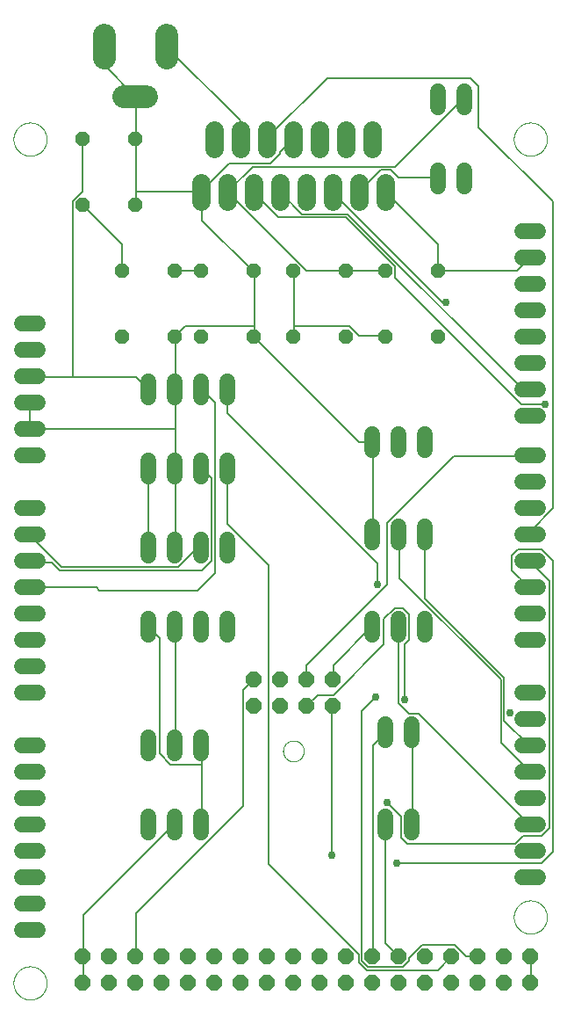
<source format=gtl>
G75*
%MOIN*%
%OFA0B0*%
%FSLAX25Y25*%
%IPPOS*%
%LPD*%
%AMOC8*
5,1,8,0,0,1.08239X$1,22.5*
%
%ADD10OC8,0.05200*%
%ADD11C,0.07087*%
%ADD12C,0.06000*%
%ADD13OC8,0.06000*%
%ADD14C,0.00000*%
%ADD15C,0.08600*%
%ADD16C,0.00600*%
%ADD17C,0.02978*%
D10*
X0050000Y0266250D03*
X0050000Y0291250D03*
X0055000Y0316250D03*
X0055000Y0341250D03*
X0035000Y0341250D03*
X0035000Y0316250D03*
X0070000Y0291250D03*
X0080000Y0291250D03*
X0080000Y0266250D03*
X0070000Y0266250D03*
X0100000Y0266250D03*
X0100000Y0291250D03*
X0115000Y0291250D03*
X0115000Y0266250D03*
X0135000Y0266250D03*
X0135000Y0291250D03*
X0150000Y0291250D03*
X0150000Y0266250D03*
X0170000Y0266250D03*
X0170000Y0291250D03*
D11*
X0150000Y0317707D02*
X0150000Y0324793D01*
X0145000Y0337707D02*
X0145000Y0344793D01*
X0135000Y0344793D02*
X0135000Y0337707D01*
X0130000Y0324793D02*
X0130000Y0317707D01*
X0140000Y0317707D02*
X0140000Y0324793D01*
X0125000Y0337707D02*
X0125000Y0344793D01*
X0115000Y0344793D02*
X0115000Y0337707D01*
X0110000Y0324793D02*
X0110000Y0317707D01*
X0100000Y0317707D02*
X0100000Y0324793D01*
X0095000Y0337707D02*
X0095000Y0344793D01*
X0085000Y0344793D02*
X0085000Y0337707D01*
X0080000Y0324793D02*
X0080000Y0317707D01*
X0090000Y0317707D02*
X0090000Y0324793D01*
X0105000Y0337707D02*
X0105000Y0344793D01*
X0120000Y0324793D02*
X0120000Y0317707D01*
D12*
X0090000Y0249250D02*
X0090000Y0243250D01*
X0080000Y0243250D02*
X0080000Y0249250D01*
X0070000Y0249250D02*
X0070000Y0243250D01*
X0060000Y0243250D02*
X0060000Y0249250D01*
X0060000Y0219250D02*
X0060000Y0213250D01*
X0070000Y0213250D02*
X0070000Y0219250D01*
X0080000Y0219250D02*
X0080000Y0213250D01*
X0090000Y0213250D02*
X0090000Y0219250D01*
X0090000Y0189250D02*
X0090000Y0183250D01*
X0080000Y0183250D02*
X0080000Y0189250D01*
X0070000Y0189250D02*
X0070000Y0183250D01*
X0060000Y0183250D02*
X0060000Y0189250D01*
X0060000Y0159250D02*
X0060000Y0153250D01*
X0070000Y0153250D02*
X0070000Y0159250D01*
X0080000Y0159250D02*
X0080000Y0153250D01*
X0090000Y0153250D02*
X0090000Y0159250D01*
X0080000Y0114250D02*
X0080000Y0108250D01*
X0070000Y0108250D02*
X0070000Y0114250D01*
X0060000Y0114250D02*
X0060000Y0108250D01*
X0060000Y0084250D02*
X0060000Y0078250D01*
X0070000Y0078250D02*
X0070000Y0084250D01*
X0080000Y0084250D02*
X0080000Y0078250D01*
X0018000Y0081250D02*
X0012000Y0081250D01*
X0012000Y0091250D02*
X0018000Y0091250D01*
X0018000Y0101250D02*
X0012000Y0101250D01*
X0012000Y0111250D02*
X0018000Y0111250D01*
X0018000Y0131250D02*
X0012000Y0131250D01*
X0012000Y0141250D02*
X0018000Y0141250D01*
X0018000Y0151250D02*
X0012000Y0151250D01*
X0012000Y0161250D02*
X0018000Y0161250D01*
X0018000Y0171250D02*
X0012000Y0171250D01*
X0012000Y0181250D02*
X0018000Y0181250D01*
X0018000Y0191250D02*
X0012000Y0191250D01*
X0012000Y0201250D02*
X0018000Y0201250D01*
X0018000Y0221250D02*
X0012000Y0221250D01*
X0012000Y0231250D02*
X0018000Y0231250D01*
X0018000Y0241250D02*
X0012000Y0241250D01*
X0012000Y0251250D02*
X0018000Y0251250D01*
X0018000Y0261250D02*
X0012000Y0261250D01*
X0012000Y0271250D02*
X0018000Y0271250D01*
X0018000Y0071250D02*
X0012000Y0071250D01*
X0012000Y0061250D02*
X0018000Y0061250D01*
X0018000Y0051250D02*
X0012000Y0051250D01*
X0012000Y0041250D02*
X0018000Y0041250D01*
X0145000Y0153250D02*
X0145000Y0159250D01*
X0155000Y0159250D02*
X0155000Y0153250D01*
X0165000Y0153250D02*
X0165000Y0159250D01*
X0165000Y0188250D02*
X0165000Y0194250D01*
X0155000Y0194250D02*
X0155000Y0188250D01*
X0145000Y0188250D02*
X0145000Y0194250D01*
X0145000Y0223250D02*
X0145000Y0229250D01*
X0155000Y0229250D02*
X0155000Y0223250D01*
X0165000Y0223250D02*
X0165000Y0229250D01*
X0202000Y0236250D02*
X0208000Y0236250D01*
X0208000Y0246250D02*
X0202000Y0246250D01*
X0202000Y0256250D02*
X0208000Y0256250D01*
X0208000Y0266250D02*
X0202000Y0266250D01*
X0202000Y0276250D02*
X0208000Y0276250D01*
X0208000Y0286250D02*
X0202000Y0286250D01*
X0202000Y0296250D02*
X0208000Y0296250D01*
X0208000Y0306250D02*
X0202000Y0306250D01*
X0180000Y0323250D02*
X0180000Y0329250D01*
X0170000Y0329250D02*
X0170000Y0323250D01*
X0170000Y0353250D02*
X0170000Y0359250D01*
X0180000Y0359250D02*
X0180000Y0353250D01*
X0202000Y0221250D02*
X0208000Y0221250D01*
X0208000Y0211250D02*
X0202000Y0211250D01*
X0202000Y0201250D02*
X0208000Y0201250D01*
X0208000Y0191250D02*
X0202000Y0191250D01*
X0202000Y0181250D02*
X0208000Y0181250D01*
X0208000Y0171250D02*
X0202000Y0171250D01*
X0202000Y0161250D02*
X0208000Y0161250D01*
X0208000Y0151250D02*
X0202000Y0151250D01*
X0202000Y0131250D02*
X0208000Y0131250D01*
X0208000Y0121250D02*
X0202000Y0121250D01*
X0202000Y0111250D02*
X0208000Y0111250D01*
X0208000Y0101250D02*
X0202000Y0101250D01*
X0202000Y0091250D02*
X0208000Y0091250D01*
X0208000Y0081250D02*
X0202000Y0081250D01*
X0202000Y0071250D02*
X0208000Y0071250D01*
X0208000Y0061250D02*
X0202000Y0061250D01*
X0160000Y0078250D02*
X0160000Y0084250D01*
X0150000Y0084250D02*
X0150000Y0078250D01*
X0150000Y0113250D02*
X0150000Y0119250D01*
X0160000Y0119250D02*
X0160000Y0113250D01*
D13*
X0130000Y0126250D03*
X0130000Y0136250D03*
X0120000Y0136250D03*
X0120000Y0126250D03*
X0110000Y0126250D03*
X0110000Y0136250D03*
X0100000Y0136250D03*
X0100000Y0126250D03*
X0095000Y0031250D03*
X0095000Y0021250D03*
X0085000Y0021250D03*
X0085000Y0031250D03*
X0075000Y0031250D03*
X0075000Y0021250D03*
X0065000Y0021250D03*
X0065000Y0031250D03*
X0055000Y0031250D03*
X0055000Y0021250D03*
X0045000Y0021250D03*
X0045000Y0031250D03*
X0035000Y0031250D03*
X0035000Y0021250D03*
X0105000Y0021250D03*
X0105000Y0031250D03*
X0115000Y0031250D03*
X0115000Y0021250D03*
X0125000Y0021250D03*
X0125000Y0031250D03*
X0135000Y0031250D03*
X0135000Y0021250D03*
X0145000Y0021250D03*
X0145000Y0031250D03*
X0155000Y0031250D03*
X0155000Y0021250D03*
X0165000Y0021250D03*
X0165000Y0031250D03*
X0175000Y0031250D03*
X0175000Y0021250D03*
X0185000Y0021250D03*
X0185000Y0031250D03*
X0195000Y0031250D03*
X0195000Y0021250D03*
X0205000Y0021250D03*
X0205000Y0031250D03*
D14*
X0008701Y0021250D02*
X0008703Y0021408D01*
X0008709Y0021566D01*
X0008719Y0021724D01*
X0008733Y0021882D01*
X0008751Y0022039D01*
X0008772Y0022196D01*
X0008798Y0022352D01*
X0008828Y0022508D01*
X0008861Y0022663D01*
X0008899Y0022816D01*
X0008940Y0022969D01*
X0008985Y0023121D01*
X0009034Y0023272D01*
X0009087Y0023421D01*
X0009143Y0023569D01*
X0009203Y0023715D01*
X0009267Y0023860D01*
X0009335Y0024003D01*
X0009406Y0024145D01*
X0009480Y0024285D01*
X0009558Y0024422D01*
X0009640Y0024558D01*
X0009724Y0024692D01*
X0009813Y0024823D01*
X0009904Y0024952D01*
X0009999Y0025079D01*
X0010096Y0025204D01*
X0010197Y0025326D01*
X0010301Y0025445D01*
X0010408Y0025562D01*
X0010518Y0025676D01*
X0010631Y0025787D01*
X0010746Y0025896D01*
X0010864Y0026001D01*
X0010985Y0026103D01*
X0011108Y0026203D01*
X0011234Y0026299D01*
X0011362Y0026392D01*
X0011492Y0026482D01*
X0011625Y0026568D01*
X0011760Y0026652D01*
X0011896Y0026731D01*
X0012035Y0026808D01*
X0012176Y0026880D01*
X0012318Y0026950D01*
X0012462Y0027015D01*
X0012608Y0027077D01*
X0012755Y0027135D01*
X0012904Y0027190D01*
X0013054Y0027241D01*
X0013205Y0027288D01*
X0013357Y0027331D01*
X0013510Y0027370D01*
X0013665Y0027406D01*
X0013820Y0027437D01*
X0013976Y0027465D01*
X0014132Y0027489D01*
X0014289Y0027509D01*
X0014447Y0027525D01*
X0014604Y0027537D01*
X0014763Y0027545D01*
X0014921Y0027549D01*
X0015079Y0027549D01*
X0015237Y0027545D01*
X0015396Y0027537D01*
X0015553Y0027525D01*
X0015711Y0027509D01*
X0015868Y0027489D01*
X0016024Y0027465D01*
X0016180Y0027437D01*
X0016335Y0027406D01*
X0016490Y0027370D01*
X0016643Y0027331D01*
X0016795Y0027288D01*
X0016946Y0027241D01*
X0017096Y0027190D01*
X0017245Y0027135D01*
X0017392Y0027077D01*
X0017538Y0027015D01*
X0017682Y0026950D01*
X0017824Y0026880D01*
X0017965Y0026808D01*
X0018104Y0026731D01*
X0018240Y0026652D01*
X0018375Y0026568D01*
X0018508Y0026482D01*
X0018638Y0026392D01*
X0018766Y0026299D01*
X0018892Y0026203D01*
X0019015Y0026103D01*
X0019136Y0026001D01*
X0019254Y0025896D01*
X0019369Y0025787D01*
X0019482Y0025676D01*
X0019592Y0025562D01*
X0019699Y0025445D01*
X0019803Y0025326D01*
X0019904Y0025204D01*
X0020001Y0025079D01*
X0020096Y0024952D01*
X0020187Y0024823D01*
X0020276Y0024692D01*
X0020360Y0024558D01*
X0020442Y0024422D01*
X0020520Y0024285D01*
X0020594Y0024145D01*
X0020665Y0024003D01*
X0020733Y0023860D01*
X0020797Y0023715D01*
X0020857Y0023569D01*
X0020913Y0023421D01*
X0020966Y0023272D01*
X0021015Y0023121D01*
X0021060Y0022969D01*
X0021101Y0022816D01*
X0021139Y0022663D01*
X0021172Y0022508D01*
X0021202Y0022352D01*
X0021228Y0022196D01*
X0021249Y0022039D01*
X0021267Y0021882D01*
X0021281Y0021724D01*
X0021291Y0021566D01*
X0021297Y0021408D01*
X0021299Y0021250D01*
X0021297Y0021092D01*
X0021291Y0020934D01*
X0021281Y0020776D01*
X0021267Y0020618D01*
X0021249Y0020461D01*
X0021228Y0020304D01*
X0021202Y0020148D01*
X0021172Y0019992D01*
X0021139Y0019837D01*
X0021101Y0019684D01*
X0021060Y0019531D01*
X0021015Y0019379D01*
X0020966Y0019228D01*
X0020913Y0019079D01*
X0020857Y0018931D01*
X0020797Y0018785D01*
X0020733Y0018640D01*
X0020665Y0018497D01*
X0020594Y0018355D01*
X0020520Y0018215D01*
X0020442Y0018078D01*
X0020360Y0017942D01*
X0020276Y0017808D01*
X0020187Y0017677D01*
X0020096Y0017548D01*
X0020001Y0017421D01*
X0019904Y0017296D01*
X0019803Y0017174D01*
X0019699Y0017055D01*
X0019592Y0016938D01*
X0019482Y0016824D01*
X0019369Y0016713D01*
X0019254Y0016604D01*
X0019136Y0016499D01*
X0019015Y0016397D01*
X0018892Y0016297D01*
X0018766Y0016201D01*
X0018638Y0016108D01*
X0018508Y0016018D01*
X0018375Y0015932D01*
X0018240Y0015848D01*
X0018104Y0015769D01*
X0017965Y0015692D01*
X0017824Y0015620D01*
X0017682Y0015550D01*
X0017538Y0015485D01*
X0017392Y0015423D01*
X0017245Y0015365D01*
X0017096Y0015310D01*
X0016946Y0015259D01*
X0016795Y0015212D01*
X0016643Y0015169D01*
X0016490Y0015130D01*
X0016335Y0015094D01*
X0016180Y0015063D01*
X0016024Y0015035D01*
X0015868Y0015011D01*
X0015711Y0014991D01*
X0015553Y0014975D01*
X0015396Y0014963D01*
X0015237Y0014955D01*
X0015079Y0014951D01*
X0014921Y0014951D01*
X0014763Y0014955D01*
X0014604Y0014963D01*
X0014447Y0014975D01*
X0014289Y0014991D01*
X0014132Y0015011D01*
X0013976Y0015035D01*
X0013820Y0015063D01*
X0013665Y0015094D01*
X0013510Y0015130D01*
X0013357Y0015169D01*
X0013205Y0015212D01*
X0013054Y0015259D01*
X0012904Y0015310D01*
X0012755Y0015365D01*
X0012608Y0015423D01*
X0012462Y0015485D01*
X0012318Y0015550D01*
X0012176Y0015620D01*
X0012035Y0015692D01*
X0011896Y0015769D01*
X0011760Y0015848D01*
X0011625Y0015932D01*
X0011492Y0016018D01*
X0011362Y0016108D01*
X0011234Y0016201D01*
X0011108Y0016297D01*
X0010985Y0016397D01*
X0010864Y0016499D01*
X0010746Y0016604D01*
X0010631Y0016713D01*
X0010518Y0016824D01*
X0010408Y0016938D01*
X0010301Y0017055D01*
X0010197Y0017174D01*
X0010096Y0017296D01*
X0009999Y0017421D01*
X0009904Y0017548D01*
X0009813Y0017677D01*
X0009724Y0017808D01*
X0009640Y0017942D01*
X0009558Y0018078D01*
X0009480Y0018215D01*
X0009406Y0018355D01*
X0009335Y0018497D01*
X0009267Y0018640D01*
X0009203Y0018785D01*
X0009143Y0018931D01*
X0009087Y0019079D01*
X0009034Y0019228D01*
X0008985Y0019379D01*
X0008940Y0019531D01*
X0008899Y0019684D01*
X0008861Y0019837D01*
X0008828Y0019992D01*
X0008798Y0020148D01*
X0008772Y0020304D01*
X0008751Y0020461D01*
X0008733Y0020618D01*
X0008719Y0020776D01*
X0008709Y0020934D01*
X0008703Y0021092D01*
X0008701Y0021250D01*
X0111063Y0109250D02*
X0111065Y0109375D01*
X0111071Y0109500D01*
X0111081Y0109624D01*
X0111095Y0109748D01*
X0111112Y0109872D01*
X0111134Y0109995D01*
X0111160Y0110117D01*
X0111189Y0110239D01*
X0111222Y0110359D01*
X0111260Y0110478D01*
X0111300Y0110597D01*
X0111345Y0110713D01*
X0111393Y0110828D01*
X0111445Y0110942D01*
X0111501Y0111054D01*
X0111560Y0111164D01*
X0111622Y0111272D01*
X0111688Y0111379D01*
X0111757Y0111483D01*
X0111830Y0111584D01*
X0111905Y0111684D01*
X0111984Y0111781D01*
X0112066Y0111875D01*
X0112151Y0111967D01*
X0112238Y0112056D01*
X0112329Y0112142D01*
X0112422Y0112225D01*
X0112518Y0112306D01*
X0112616Y0112383D01*
X0112716Y0112457D01*
X0112819Y0112528D01*
X0112924Y0112595D01*
X0113032Y0112660D01*
X0113141Y0112720D01*
X0113252Y0112778D01*
X0113365Y0112831D01*
X0113479Y0112881D01*
X0113595Y0112928D01*
X0113712Y0112970D01*
X0113831Y0113009D01*
X0113951Y0113045D01*
X0114072Y0113076D01*
X0114194Y0113104D01*
X0114316Y0113127D01*
X0114440Y0113147D01*
X0114564Y0113163D01*
X0114688Y0113175D01*
X0114813Y0113183D01*
X0114938Y0113187D01*
X0115062Y0113187D01*
X0115187Y0113183D01*
X0115312Y0113175D01*
X0115436Y0113163D01*
X0115560Y0113147D01*
X0115684Y0113127D01*
X0115806Y0113104D01*
X0115928Y0113076D01*
X0116049Y0113045D01*
X0116169Y0113009D01*
X0116288Y0112970D01*
X0116405Y0112928D01*
X0116521Y0112881D01*
X0116635Y0112831D01*
X0116748Y0112778D01*
X0116859Y0112720D01*
X0116969Y0112660D01*
X0117076Y0112595D01*
X0117181Y0112528D01*
X0117284Y0112457D01*
X0117384Y0112383D01*
X0117482Y0112306D01*
X0117578Y0112225D01*
X0117671Y0112142D01*
X0117762Y0112056D01*
X0117849Y0111967D01*
X0117934Y0111875D01*
X0118016Y0111781D01*
X0118095Y0111684D01*
X0118170Y0111584D01*
X0118243Y0111483D01*
X0118312Y0111379D01*
X0118378Y0111272D01*
X0118440Y0111164D01*
X0118499Y0111054D01*
X0118555Y0110942D01*
X0118607Y0110828D01*
X0118655Y0110713D01*
X0118700Y0110597D01*
X0118740Y0110478D01*
X0118778Y0110359D01*
X0118811Y0110239D01*
X0118840Y0110117D01*
X0118866Y0109995D01*
X0118888Y0109872D01*
X0118905Y0109748D01*
X0118919Y0109624D01*
X0118929Y0109500D01*
X0118935Y0109375D01*
X0118937Y0109250D01*
X0118935Y0109125D01*
X0118929Y0109000D01*
X0118919Y0108876D01*
X0118905Y0108752D01*
X0118888Y0108628D01*
X0118866Y0108505D01*
X0118840Y0108383D01*
X0118811Y0108261D01*
X0118778Y0108141D01*
X0118740Y0108022D01*
X0118700Y0107903D01*
X0118655Y0107787D01*
X0118607Y0107672D01*
X0118555Y0107558D01*
X0118499Y0107446D01*
X0118440Y0107336D01*
X0118378Y0107228D01*
X0118312Y0107121D01*
X0118243Y0107017D01*
X0118170Y0106916D01*
X0118095Y0106816D01*
X0118016Y0106719D01*
X0117934Y0106625D01*
X0117849Y0106533D01*
X0117762Y0106444D01*
X0117671Y0106358D01*
X0117578Y0106275D01*
X0117482Y0106194D01*
X0117384Y0106117D01*
X0117284Y0106043D01*
X0117181Y0105972D01*
X0117076Y0105905D01*
X0116968Y0105840D01*
X0116859Y0105780D01*
X0116748Y0105722D01*
X0116635Y0105669D01*
X0116521Y0105619D01*
X0116405Y0105572D01*
X0116288Y0105530D01*
X0116169Y0105491D01*
X0116049Y0105455D01*
X0115928Y0105424D01*
X0115806Y0105396D01*
X0115684Y0105373D01*
X0115560Y0105353D01*
X0115436Y0105337D01*
X0115312Y0105325D01*
X0115187Y0105317D01*
X0115062Y0105313D01*
X0114938Y0105313D01*
X0114813Y0105317D01*
X0114688Y0105325D01*
X0114564Y0105337D01*
X0114440Y0105353D01*
X0114316Y0105373D01*
X0114194Y0105396D01*
X0114072Y0105424D01*
X0113951Y0105455D01*
X0113831Y0105491D01*
X0113712Y0105530D01*
X0113595Y0105572D01*
X0113479Y0105619D01*
X0113365Y0105669D01*
X0113252Y0105722D01*
X0113141Y0105780D01*
X0113031Y0105840D01*
X0112924Y0105905D01*
X0112819Y0105972D01*
X0112716Y0106043D01*
X0112616Y0106117D01*
X0112518Y0106194D01*
X0112422Y0106275D01*
X0112329Y0106358D01*
X0112238Y0106444D01*
X0112151Y0106533D01*
X0112066Y0106625D01*
X0111984Y0106719D01*
X0111905Y0106816D01*
X0111830Y0106916D01*
X0111757Y0107017D01*
X0111688Y0107121D01*
X0111622Y0107228D01*
X0111560Y0107336D01*
X0111501Y0107446D01*
X0111445Y0107558D01*
X0111393Y0107672D01*
X0111345Y0107787D01*
X0111300Y0107903D01*
X0111260Y0108022D01*
X0111222Y0108141D01*
X0111189Y0108261D01*
X0111160Y0108383D01*
X0111134Y0108505D01*
X0111112Y0108628D01*
X0111095Y0108752D01*
X0111081Y0108876D01*
X0111071Y0109000D01*
X0111065Y0109125D01*
X0111063Y0109250D01*
X0198701Y0046250D02*
X0198703Y0046408D01*
X0198709Y0046566D01*
X0198719Y0046724D01*
X0198733Y0046882D01*
X0198751Y0047039D01*
X0198772Y0047196D01*
X0198798Y0047352D01*
X0198828Y0047508D01*
X0198861Y0047663D01*
X0198899Y0047816D01*
X0198940Y0047969D01*
X0198985Y0048121D01*
X0199034Y0048272D01*
X0199087Y0048421D01*
X0199143Y0048569D01*
X0199203Y0048715D01*
X0199267Y0048860D01*
X0199335Y0049003D01*
X0199406Y0049145D01*
X0199480Y0049285D01*
X0199558Y0049422D01*
X0199640Y0049558D01*
X0199724Y0049692D01*
X0199813Y0049823D01*
X0199904Y0049952D01*
X0199999Y0050079D01*
X0200096Y0050204D01*
X0200197Y0050326D01*
X0200301Y0050445D01*
X0200408Y0050562D01*
X0200518Y0050676D01*
X0200631Y0050787D01*
X0200746Y0050896D01*
X0200864Y0051001D01*
X0200985Y0051103D01*
X0201108Y0051203D01*
X0201234Y0051299D01*
X0201362Y0051392D01*
X0201492Y0051482D01*
X0201625Y0051568D01*
X0201760Y0051652D01*
X0201896Y0051731D01*
X0202035Y0051808D01*
X0202176Y0051880D01*
X0202318Y0051950D01*
X0202462Y0052015D01*
X0202608Y0052077D01*
X0202755Y0052135D01*
X0202904Y0052190D01*
X0203054Y0052241D01*
X0203205Y0052288D01*
X0203357Y0052331D01*
X0203510Y0052370D01*
X0203665Y0052406D01*
X0203820Y0052437D01*
X0203976Y0052465D01*
X0204132Y0052489D01*
X0204289Y0052509D01*
X0204447Y0052525D01*
X0204604Y0052537D01*
X0204763Y0052545D01*
X0204921Y0052549D01*
X0205079Y0052549D01*
X0205237Y0052545D01*
X0205396Y0052537D01*
X0205553Y0052525D01*
X0205711Y0052509D01*
X0205868Y0052489D01*
X0206024Y0052465D01*
X0206180Y0052437D01*
X0206335Y0052406D01*
X0206490Y0052370D01*
X0206643Y0052331D01*
X0206795Y0052288D01*
X0206946Y0052241D01*
X0207096Y0052190D01*
X0207245Y0052135D01*
X0207392Y0052077D01*
X0207538Y0052015D01*
X0207682Y0051950D01*
X0207824Y0051880D01*
X0207965Y0051808D01*
X0208104Y0051731D01*
X0208240Y0051652D01*
X0208375Y0051568D01*
X0208508Y0051482D01*
X0208638Y0051392D01*
X0208766Y0051299D01*
X0208892Y0051203D01*
X0209015Y0051103D01*
X0209136Y0051001D01*
X0209254Y0050896D01*
X0209369Y0050787D01*
X0209482Y0050676D01*
X0209592Y0050562D01*
X0209699Y0050445D01*
X0209803Y0050326D01*
X0209904Y0050204D01*
X0210001Y0050079D01*
X0210096Y0049952D01*
X0210187Y0049823D01*
X0210276Y0049692D01*
X0210360Y0049558D01*
X0210442Y0049422D01*
X0210520Y0049285D01*
X0210594Y0049145D01*
X0210665Y0049003D01*
X0210733Y0048860D01*
X0210797Y0048715D01*
X0210857Y0048569D01*
X0210913Y0048421D01*
X0210966Y0048272D01*
X0211015Y0048121D01*
X0211060Y0047969D01*
X0211101Y0047816D01*
X0211139Y0047663D01*
X0211172Y0047508D01*
X0211202Y0047352D01*
X0211228Y0047196D01*
X0211249Y0047039D01*
X0211267Y0046882D01*
X0211281Y0046724D01*
X0211291Y0046566D01*
X0211297Y0046408D01*
X0211299Y0046250D01*
X0211297Y0046092D01*
X0211291Y0045934D01*
X0211281Y0045776D01*
X0211267Y0045618D01*
X0211249Y0045461D01*
X0211228Y0045304D01*
X0211202Y0045148D01*
X0211172Y0044992D01*
X0211139Y0044837D01*
X0211101Y0044684D01*
X0211060Y0044531D01*
X0211015Y0044379D01*
X0210966Y0044228D01*
X0210913Y0044079D01*
X0210857Y0043931D01*
X0210797Y0043785D01*
X0210733Y0043640D01*
X0210665Y0043497D01*
X0210594Y0043355D01*
X0210520Y0043215D01*
X0210442Y0043078D01*
X0210360Y0042942D01*
X0210276Y0042808D01*
X0210187Y0042677D01*
X0210096Y0042548D01*
X0210001Y0042421D01*
X0209904Y0042296D01*
X0209803Y0042174D01*
X0209699Y0042055D01*
X0209592Y0041938D01*
X0209482Y0041824D01*
X0209369Y0041713D01*
X0209254Y0041604D01*
X0209136Y0041499D01*
X0209015Y0041397D01*
X0208892Y0041297D01*
X0208766Y0041201D01*
X0208638Y0041108D01*
X0208508Y0041018D01*
X0208375Y0040932D01*
X0208240Y0040848D01*
X0208104Y0040769D01*
X0207965Y0040692D01*
X0207824Y0040620D01*
X0207682Y0040550D01*
X0207538Y0040485D01*
X0207392Y0040423D01*
X0207245Y0040365D01*
X0207096Y0040310D01*
X0206946Y0040259D01*
X0206795Y0040212D01*
X0206643Y0040169D01*
X0206490Y0040130D01*
X0206335Y0040094D01*
X0206180Y0040063D01*
X0206024Y0040035D01*
X0205868Y0040011D01*
X0205711Y0039991D01*
X0205553Y0039975D01*
X0205396Y0039963D01*
X0205237Y0039955D01*
X0205079Y0039951D01*
X0204921Y0039951D01*
X0204763Y0039955D01*
X0204604Y0039963D01*
X0204447Y0039975D01*
X0204289Y0039991D01*
X0204132Y0040011D01*
X0203976Y0040035D01*
X0203820Y0040063D01*
X0203665Y0040094D01*
X0203510Y0040130D01*
X0203357Y0040169D01*
X0203205Y0040212D01*
X0203054Y0040259D01*
X0202904Y0040310D01*
X0202755Y0040365D01*
X0202608Y0040423D01*
X0202462Y0040485D01*
X0202318Y0040550D01*
X0202176Y0040620D01*
X0202035Y0040692D01*
X0201896Y0040769D01*
X0201760Y0040848D01*
X0201625Y0040932D01*
X0201492Y0041018D01*
X0201362Y0041108D01*
X0201234Y0041201D01*
X0201108Y0041297D01*
X0200985Y0041397D01*
X0200864Y0041499D01*
X0200746Y0041604D01*
X0200631Y0041713D01*
X0200518Y0041824D01*
X0200408Y0041938D01*
X0200301Y0042055D01*
X0200197Y0042174D01*
X0200096Y0042296D01*
X0199999Y0042421D01*
X0199904Y0042548D01*
X0199813Y0042677D01*
X0199724Y0042808D01*
X0199640Y0042942D01*
X0199558Y0043078D01*
X0199480Y0043215D01*
X0199406Y0043355D01*
X0199335Y0043497D01*
X0199267Y0043640D01*
X0199203Y0043785D01*
X0199143Y0043931D01*
X0199087Y0044079D01*
X0199034Y0044228D01*
X0198985Y0044379D01*
X0198940Y0044531D01*
X0198899Y0044684D01*
X0198861Y0044837D01*
X0198828Y0044992D01*
X0198798Y0045148D01*
X0198772Y0045304D01*
X0198751Y0045461D01*
X0198733Y0045618D01*
X0198719Y0045776D01*
X0198709Y0045934D01*
X0198703Y0046092D01*
X0198701Y0046250D01*
X0198701Y0341250D02*
X0198703Y0341408D01*
X0198709Y0341566D01*
X0198719Y0341724D01*
X0198733Y0341882D01*
X0198751Y0342039D01*
X0198772Y0342196D01*
X0198798Y0342352D01*
X0198828Y0342508D01*
X0198861Y0342663D01*
X0198899Y0342816D01*
X0198940Y0342969D01*
X0198985Y0343121D01*
X0199034Y0343272D01*
X0199087Y0343421D01*
X0199143Y0343569D01*
X0199203Y0343715D01*
X0199267Y0343860D01*
X0199335Y0344003D01*
X0199406Y0344145D01*
X0199480Y0344285D01*
X0199558Y0344422D01*
X0199640Y0344558D01*
X0199724Y0344692D01*
X0199813Y0344823D01*
X0199904Y0344952D01*
X0199999Y0345079D01*
X0200096Y0345204D01*
X0200197Y0345326D01*
X0200301Y0345445D01*
X0200408Y0345562D01*
X0200518Y0345676D01*
X0200631Y0345787D01*
X0200746Y0345896D01*
X0200864Y0346001D01*
X0200985Y0346103D01*
X0201108Y0346203D01*
X0201234Y0346299D01*
X0201362Y0346392D01*
X0201492Y0346482D01*
X0201625Y0346568D01*
X0201760Y0346652D01*
X0201896Y0346731D01*
X0202035Y0346808D01*
X0202176Y0346880D01*
X0202318Y0346950D01*
X0202462Y0347015D01*
X0202608Y0347077D01*
X0202755Y0347135D01*
X0202904Y0347190D01*
X0203054Y0347241D01*
X0203205Y0347288D01*
X0203357Y0347331D01*
X0203510Y0347370D01*
X0203665Y0347406D01*
X0203820Y0347437D01*
X0203976Y0347465D01*
X0204132Y0347489D01*
X0204289Y0347509D01*
X0204447Y0347525D01*
X0204604Y0347537D01*
X0204763Y0347545D01*
X0204921Y0347549D01*
X0205079Y0347549D01*
X0205237Y0347545D01*
X0205396Y0347537D01*
X0205553Y0347525D01*
X0205711Y0347509D01*
X0205868Y0347489D01*
X0206024Y0347465D01*
X0206180Y0347437D01*
X0206335Y0347406D01*
X0206490Y0347370D01*
X0206643Y0347331D01*
X0206795Y0347288D01*
X0206946Y0347241D01*
X0207096Y0347190D01*
X0207245Y0347135D01*
X0207392Y0347077D01*
X0207538Y0347015D01*
X0207682Y0346950D01*
X0207824Y0346880D01*
X0207965Y0346808D01*
X0208104Y0346731D01*
X0208240Y0346652D01*
X0208375Y0346568D01*
X0208508Y0346482D01*
X0208638Y0346392D01*
X0208766Y0346299D01*
X0208892Y0346203D01*
X0209015Y0346103D01*
X0209136Y0346001D01*
X0209254Y0345896D01*
X0209369Y0345787D01*
X0209482Y0345676D01*
X0209592Y0345562D01*
X0209699Y0345445D01*
X0209803Y0345326D01*
X0209904Y0345204D01*
X0210001Y0345079D01*
X0210096Y0344952D01*
X0210187Y0344823D01*
X0210276Y0344692D01*
X0210360Y0344558D01*
X0210442Y0344422D01*
X0210520Y0344285D01*
X0210594Y0344145D01*
X0210665Y0344003D01*
X0210733Y0343860D01*
X0210797Y0343715D01*
X0210857Y0343569D01*
X0210913Y0343421D01*
X0210966Y0343272D01*
X0211015Y0343121D01*
X0211060Y0342969D01*
X0211101Y0342816D01*
X0211139Y0342663D01*
X0211172Y0342508D01*
X0211202Y0342352D01*
X0211228Y0342196D01*
X0211249Y0342039D01*
X0211267Y0341882D01*
X0211281Y0341724D01*
X0211291Y0341566D01*
X0211297Y0341408D01*
X0211299Y0341250D01*
X0211297Y0341092D01*
X0211291Y0340934D01*
X0211281Y0340776D01*
X0211267Y0340618D01*
X0211249Y0340461D01*
X0211228Y0340304D01*
X0211202Y0340148D01*
X0211172Y0339992D01*
X0211139Y0339837D01*
X0211101Y0339684D01*
X0211060Y0339531D01*
X0211015Y0339379D01*
X0210966Y0339228D01*
X0210913Y0339079D01*
X0210857Y0338931D01*
X0210797Y0338785D01*
X0210733Y0338640D01*
X0210665Y0338497D01*
X0210594Y0338355D01*
X0210520Y0338215D01*
X0210442Y0338078D01*
X0210360Y0337942D01*
X0210276Y0337808D01*
X0210187Y0337677D01*
X0210096Y0337548D01*
X0210001Y0337421D01*
X0209904Y0337296D01*
X0209803Y0337174D01*
X0209699Y0337055D01*
X0209592Y0336938D01*
X0209482Y0336824D01*
X0209369Y0336713D01*
X0209254Y0336604D01*
X0209136Y0336499D01*
X0209015Y0336397D01*
X0208892Y0336297D01*
X0208766Y0336201D01*
X0208638Y0336108D01*
X0208508Y0336018D01*
X0208375Y0335932D01*
X0208240Y0335848D01*
X0208104Y0335769D01*
X0207965Y0335692D01*
X0207824Y0335620D01*
X0207682Y0335550D01*
X0207538Y0335485D01*
X0207392Y0335423D01*
X0207245Y0335365D01*
X0207096Y0335310D01*
X0206946Y0335259D01*
X0206795Y0335212D01*
X0206643Y0335169D01*
X0206490Y0335130D01*
X0206335Y0335094D01*
X0206180Y0335063D01*
X0206024Y0335035D01*
X0205868Y0335011D01*
X0205711Y0334991D01*
X0205553Y0334975D01*
X0205396Y0334963D01*
X0205237Y0334955D01*
X0205079Y0334951D01*
X0204921Y0334951D01*
X0204763Y0334955D01*
X0204604Y0334963D01*
X0204447Y0334975D01*
X0204289Y0334991D01*
X0204132Y0335011D01*
X0203976Y0335035D01*
X0203820Y0335063D01*
X0203665Y0335094D01*
X0203510Y0335130D01*
X0203357Y0335169D01*
X0203205Y0335212D01*
X0203054Y0335259D01*
X0202904Y0335310D01*
X0202755Y0335365D01*
X0202608Y0335423D01*
X0202462Y0335485D01*
X0202318Y0335550D01*
X0202176Y0335620D01*
X0202035Y0335692D01*
X0201896Y0335769D01*
X0201760Y0335848D01*
X0201625Y0335932D01*
X0201492Y0336018D01*
X0201362Y0336108D01*
X0201234Y0336201D01*
X0201108Y0336297D01*
X0200985Y0336397D01*
X0200864Y0336499D01*
X0200746Y0336604D01*
X0200631Y0336713D01*
X0200518Y0336824D01*
X0200408Y0336938D01*
X0200301Y0337055D01*
X0200197Y0337174D01*
X0200096Y0337296D01*
X0199999Y0337421D01*
X0199904Y0337548D01*
X0199813Y0337677D01*
X0199724Y0337808D01*
X0199640Y0337942D01*
X0199558Y0338078D01*
X0199480Y0338215D01*
X0199406Y0338355D01*
X0199335Y0338497D01*
X0199267Y0338640D01*
X0199203Y0338785D01*
X0199143Y0338931D01*
X0199087Y0339079D01*
X0199034Y0339228D01*
X0198985Y0339379D01*
X0198940Y0339531D01*
X0198899Y0339684D01*
X0198861Y0339837D01*
X0198828Y0339992D01*
X0198798Y0340148D01*
X0198772Y0340304D01*
X0198751Y0340461D01*
X0198733Y0340618D01*
X0198719Y0340776D01*
X0198709Y0340934D01*
X0198703Y0341092D01*
X0198701Y0341250D01*
X0008701Y0341250D02*
X0008703Y0341408D01*
X0008709Y0341566D01*
X0008719Y0341724D01*
X0008733Y0341882D01*
X0008751Y0342039D01*
X0008772Y0342196D01*
X0008798Y0342352D01*
X0008828Y0342508D01*
X0008861Y0342663D01*
X0008899Y0342816D01*
X0008940Y0342969D01*
X0008985Y0343121D01*
X0009034Y0343272D01*
X0009087Y0343421D01*
X0009143Y0343569D01*
X0009203Y0343715D01*
X0009267Y0343860D01*
X0009335Y0344003D01*
X0009406Y0344145D01*
X0009480Y0344285D01*
X0009558Y0344422D01*
X0009640Y0344558D01*
X0009724Y0344692D01*
X0009813Y0344823D01*
X0009904Y0344952D01*
X0009999Y0345079D01*
X0010096Y0345204D01*
X0010197Y0345326D01*
X0010301Y0345445D01*
X0010408Y0345562D01*
X0010518Y0345676D01*
X0010631Y0345787D01*
X0010746Y0345896D01*
X0010864Y0346001D01*
X0010985Y0346103D01*
X0011108Y0346203D01*
X0011234Y0346299D01*
X0011362Y0346392D01*
X0011492Y0346482D01*
X0011625Y0346568D01*
X0011760Y0346652D01*
X0011896Y0346731D01*
X0012035Y0346808D01*
X0012176Y0346880D01*
X0012318Y0346950D01*
X0012462Y0347015D01*
X0012608Y0347077D01*
X0012755Y0347135D01*
X0012904Y0347190D01*
X0013054Y0347241D01*
X0013205Y0347288D01*
X0013357Y0347331D01*
X0013510Y0347370D01*
X0013665Y0347406D01*
X0013820Y0347437D01*
X0013976Y0347465D01*
X0014132Y0347489D01*
X0014289Y0347509D01*
X0014447Y0347525D01*
X0014604Y0347537D01*
X0014763Y0347545D01*
X0014921Y0347549D01*
X0015079Y0347549D01*
X0015237Y0347545D01*
X0015396Y0347537D01*
X0015553Y0347525D01*
X0015711Y0347509D01*
X0015868Y0347489D01*
X0016024Y0347465D01*
X0016180Y0347437D01*
X0016335Y0347406D01*
X0016490Y0347370D01*
X0016643Y0347331D01*
X0016795Y0347288D01*
X0016946Y0347241D01*
X0017096Y0347190D01*
X0017245Y0347135D01*
X0017392Y0347077D01*
X0017538Y0347015D01*
X0017682Y0346950D01*
X0017824Y0346880D01*
X0017965Y0346808D01*
X0018104Y0346731D01*
X0018240Y0346652D01*
X0018375Y0346568D01*
X0018508Y0346482D01*
X0018638Y0346392D01*
X0018766Y0346299D01*
X0018892Y0346203D01*
X0019015Y0346103D01*
X0019136Y0346001D01*
X0019254Y0345896D01*
X0019369Y0345787D01*
X0019482Y0345676D01*
X0019592Y0345562D01*
X0019699Y0345445D01*
X0019803Y0345326D01*
X0019904Y0345204D01*
X0020001Y0345079D01*
X0020096Y0344952D01*
X0020187Y0344823D01*
X0020276Y0344692D01*
X0020360Y0344558D01*
X0020442Y0344422D01*
X0020520Y0344285D01*
X0020594Y0344145D01*
X0020665Y0344003D01*
X0020733Y0343860D01*
X0020797Y0343715D01*
X0020857Y0343569D01*
X0020913Y0343421D01*
X0020966Y0343272D01*
X0021015Y0343121D01*
X0021060Y0342969D01*
X0021101Y0342816D01*
X0021139Y0342663D01*
X0021172Y0342508D01*
X0021202Y0342352D01*
X0021228Y0342196D01*
X0021249Y0342039D01*
X0021267Y0341882D01*
X0021281Y0341724D01*
X0021291Y0341566D01*
X0021297Y0341408D01*
X0021299Y0341250D01*
X0021297Y0341092D01*
X0021291Y0340934D01*
X0021281Y0340776D01*
X0021267Y0340618D01*
X0021249Y0340461D01*
X0021228Y0340304D01*
X0021202Y0340148D01*
X0021172Y0339992D01*
X0021139Y0339837D01*
X0021101Y0339684D01*
X0021060Y0339531D01*
X0021015Y0339379D01*
X0020966Y0339228D01*
X0020913Y0339079D01*
X0020857Y0338931D01*
X0020797Y0338785D01*
X0020733Y0338640D01*
X0020665Y0338497D01*
X0020594Y0338355D01*
X0020520Y0338215D01*
X0020442Y0338078D01*
X0020360Y0337942D01*
X0020276Y0337808D01*
X0020187Y0337677D01*
X0020096Y0337548D01*
X0020001Y0337421D01*
X0019904Y0337296D01*
X0019803Y0337174D01*
X0019699Y0337055D01*
X0019592Y0336938D01*
X0019482Y0336824D01*
X0019369Y0336713D01*
X0019254Y0336604D01*
X0019136Y0336499D01*
X0019015Y0336397D01*
X0018892Y0336297D01*
X0018766Y0336201D01*
X0018638Y0336108D01*
X0018508Y0336018D01*
X0018375Y0335932D01*
X0018240Y0335848D01*
X0018104Y0335769D01*
X0017965Y0335692D01*
X0017824Y0335620D01*
X0017682Y0335550D01*
X0017538Y0335485D01*
X0017392Y0335423D01*
X0017245Y0335365D01*
X0017096Y0335310D01*
X0016946Y0335259D01*
X0016795Y0335212D01*
X0016643Y0335169D01*
X0016490Y0335130D01*
X0016335Y0335094D01*
X0016180Y0335063D01*
X0016024Y0335035D01*
X0015868Y0335011D01*
X0015711Y0334991D01*
X0015553Y0334975D01*
X0015396Y0334963D01*
X0015237Y0334955D01*
X0015079Y0334951D01*
X0014921Y0334951D01*
X0014763Y0334955D01*
X0014604Y0334963D01*
X0014447Y0334975D01*
X0014289Y0334991D01*
X0014132Y0335011D01*
X0013976Y0335035D01*
X0013820Y0335063D01*
X0013665Y0335094D01*
X0013510Y0335130D01*
X0013357Y0335169D01*
X0013205Y0335212D01*
X0013054Y0335259D01*
X0012904Y0335310D01*
X0012755Y0335365D01*
X0012608Y0335423D01*
X0012462Y0335485D01*
X0012318Y0335550D01*
X0012176Y0335620D01*
X0012035Y0335692D01*
X0011896Y0335769D01*
X0011760Y0335848D01*
X0011625Y0335932D01*
X0011492Y0336018D01*
X0011362Y0336108D01*
X0011234Y0336201D01*
X0011108Y0336297D01*
X0010985Y0336397D01*
X0010864Y0336499D01*
X0010746Y0336604D01*
X0010631Y0336713D01*
X0010518Y0336824D01*
X0010408Y0336938D01*
X0010301Y0337055D01*
X0010197Y0337174D01*
X0010096Y0337296D01*
X0009999Y0337421D01*
X0009904Y0337548D01*
X0009813Y0337677D01*
X0009724Y0337808D01*
X0009640Y0337942D01*
X0009558Y0338078D01*
X0009480Y0338215D01*
X0009406Y0338355D01*
X0009335Y0338497D01*
X0009267Y0338640D01*
X0009203Y0338785D01*
X0009143Y0338931D01*
X0009087Y0339079D01*
X0009034Y0339228D01*
X0008985Y0339379D01*
X0008940Y0339531D01*
X0008899Y0339684D01*
X0008861Y0339837D01*
X0008828Y0339992D01*
X0008798Y0340148D01*
X0008772Y0340304D01*
X0008751Y0340461D01*
X0008733Y0340618D01*
X0008719Y0340776D01*
X0008709Y0340934D01*
X0008703Y0341092D01*
X0008701Y0341250D01*
D15*
X0043189Y0371950D02*
X0043189Y0380550D01*
X0050700Y0357352D02*
X0059300Y0357352D01*
X0066811Y0371950D02*
X0066811Y0380550D01*
D16*
X0066811Y0376250D02*
X0067200Y0375850D01*
X0094800Y0348250D01*
X0094800Y0341650D01*
X0095000Y0341250D01*
X0090600Y0332050D02*
X0079800Y0321250D01*
X0080000Y0321250D01*
X0080400Y0321250D01*
X0080400Y0310450D01*
X0099600Y0291250D01*
X0100000Y0291250D01*
X0100200Y0291250D01*
X0100200Y0270250D01*
X0073800Y0270250D01*
X0070200Y0266650D01*
X0070000Y0266250D01*
X0070200Y0266050D01*
X0070200Y0246250D01*
X0070000Y0246250D01*
X0070200Y0246250D02*
X0070200Y0231250D01*
X0015000Y0231250D01*
X0015000Y0241250D01*
X0015000Y0251050D02*
X0015000Y0251250D01*
X0015000Y0251050D02*
X0031200Y0251050D01*
X0031200Y0317650D01*
X0034800Y0321250D01*
X0034800Y0341050D01*
X0035000Y0341250D01*
X0054600Y0357850D02*
X0043200Y0369250D01*
X0043200Y0375850D01*
X0043189Y0376250D01*
X0054600Y0357850D02*
X0055000Y0357352D01*
X0055200Y0357250D01*
X0055200Y0341650D01*
X0055000Y0341250D01*
X0055200Y0341050D01*
X0055200Y0321250D01*
X0079800Y0321250D01*
X0090000Y0321250D02*
X0120000Y0291250D01*
X0135000Y0291250D01*
X0150000Y0291250D01*
X0153600Y0293050D02*
X0153600Y0288850D01*
X0201600Y0240850D01*
X0210600Y0240850D01*
X0205000Y0246250D02*
X0202200Y0246250D01*
X0135600Y0312850D01*
X0118200Y0312850D01*
X0109800Y0321250D01*
X0110000Y0321250D01*
X0106200Y0332050D02*
X0090600Y0332050D01*
X0099600Y0330850D02*
X0090000Y0321250D01*
X0099600Y0321250D02*
X0100000Y0321250D01*
X0099600Y0321250D02*
X0109200Y0311650D01*
X0135000Y0311650D01*
X0153600Y0293050D01*
X0169800Y0291250D02*
X0170000Y0291250D01*
X0199800Y0291250D01*
X0204600Y0296050D01*
X0205000Y0296250D01*
X0213600Y0317650D02*
X0185400Y0345850D01*
X0185400Y0361450D01*
X0182400Y0364450D01*
X0127800Y0364450D01*
X0105000Y0341650D01*
X0105000Y0341250D01*
X0109800Y0336250D02*
X0109800Y0335650D01*
X0106200Y0332050D01*
X0109800Y0336250D02*
X0114600Y0341050D01*
X0115000Y0341250D01*
X0129600Y0321250D02*
X0130000Y0321250D01*
X0129600Y0321250D02*
X0171600Y0279250D01*
X0172800Y0279250D01*
X0169800Y0291250D02*
X0169800Y0301450D01*
X0150000Y0321250D01*
X0154800Y0326650D02*
X0151800Y0329650D01*
X0148200Y0329650D01*
X0139800Y0321250D01*
X0140000Y0321250D01*
X0154800Y0326650D02*
X0169800Y0326650D01*
X0170000Y0326250D01*
X0153600Y0330850D02*
X0178800Y0356050D01*
X0180000Y0356050D01*
X0180000Y0356250D01*
X0153600Y0330850D02*
X0099600Y0330850D01*
X0115000Y0291250D02*
X0115200Y0291250D01*
X0115200Y0270250D01*
X0136200Y0270250D01*
X0139800Y0266650D01*
X0150000Y0266650D01*
X0150000Y0266250D01*
X0144600Y0226450D02*
X0139800Y0226450D01*
X0100000Y0266250D01*
X0100200Y0266650D01*
X0100200Y0270250D01*
X0090000Y0246250D02*
X0090000Y0237250D01*
X0147000Y0180250D01*
X0147000Y0172450D01*
X0150600Y0172450D02*
X0150600Y0195850D01*
X0175800Y0221050D01*
X0204600Y0221050D01*
X0205000Y0221250D01*
X0213600Y0201250D02*
X0213600Y0317650D01*
X0213600Y0201250D02*
X0205200Y0192850D01*
X0205200Y0191650D01*
X0205000Y0191250D01*
X0209400Y0185650D02*
X0200400Y0185650D01*
X0198000Y0183250D01*
X0198000Y0177850D01*
X0204600Y0171250D01*
X0205000Y0171250D01*
X0212400Y0173650D02*
X0205200Y0180850D01*
X0205000Y0181250D01*
X0209400Y0185650D02*
X0213600Y0181450D01*
X0213600Y0071050D01*
X0209400Y0066850D01*
X0154200Y0066850D01*
X0158400Y0074050D02*
X0156000Y0076450D01*
X0156000Y0084250D01*
X0150600Y0089650D01*
X0150000Y0081250D02*
X0150000Y0036250D01*
X0155000Y0031250D01*
X0156600Y0027250D02*
X0143400Y0027250D01*
X0141000Y0029650D01*
X0141000Y0124450D01*
X0146400Y0129850D01*
X0150000Y0116250D02*
X0150000Y0116050D01*
X0145200Y0111250D01*
X0145200Y0031450D01*
X0145000Y0031250D01*
X0142800Y0026050D02*
X0169800Y0026050D01*
X0175000Y0031250D01*
X0176400Y0035650D02*
X0163800Y0035650D01*
X0159000Y0030850D01*
X0159000Y0029650D01*
X0156600Y0027250D01*
X0142800Y0026050D02*
X0139800Y0029050D01*
X0139800Y0032050D01*
X0105600Y0066250D01*
X0105600Y0179650D01*
X0090000Y0195250D01*
X0090000Y0216250D01*
X0084000Y0212650D02*
X0080400Y0216250D01*
X0080000Y0216250D01*
X0084000Y0212650D02*
X0084000Y0181450D01*
X0080400Y0177850D01*
X0026400Y0177850D01*
X0023400Y0180850D01*
X0015000Y0180850D01*
X0015000Y0181250D01*
X0015000Y0171250D02*
X0040200Y0171250D01*
X0041400Y0170050D01*
X0078600Y0170050D01*
X0085200Y0176650D01*
X0085200Y0241450D01*
X0080400Y0246250D01*
X0080000Y0246250D01*
X0070200Y0231250D02*
X0070200Y0216250D01*
X0070000Y0216250D01*
X0070200Y0216250D02*
X0070200Y0186250D01*
X0070000Y0186250D01*
X0071400Y0179050D02*
X0027000Y0179050D01*
X0015000Y0191050D01*
X0015000Y0191250D01*
X0031200Y0251050D02*
X0055200Y0251050D01*
X0060000Y0246250D01*
X0060000Y0216250D02*
X0060000Y0186250D01*
X0071400Y0179050D02*
X0078600Y0186250D01*
X0080000Y0186250D01*
X0070200Y0156250D02*
X0070000Y0156250D01*
X0070200Y0156250D02*
X0070200Y0111250D01*
X0070000Y0111250D01*
X0064200Y0108250D02*
X0068400Y0104050D01*
X0080400Y0104050D01*
X0080400Y0081250D01*
X0080000Y0081250D01*
X0070000Y0081250D02*
X0069600Y0081250D01*
X0035400Y0047050D01*
X0035400Y0031450D01*
X0035000Y0031250D01*
X0035400Y0030850D01*
X0035400Y0021250D01*
X0035000Y0021250D01*
X0055000Y0031250D02*
X0055200Y0031450D01*
X0055200Y0047650D01*
X0096000Y0088450D01*
X0096000Y0132250D01*
X0100000Y0136250D01*
X0120000Y0136250D02*
X0120000Y0141850D01*
X0150600Y0172450D01*
X0155400Y0174850D02*
X0193800Y0136450D01*
X0193800Y0112450D01*
X0205000Y0101250D01*
X0205000Y0111250D02*
X0204600Y0111250D01*
X0195000Y0120850D01*
X0195000Y0137050D01*
X0165000Y0167050D01*
X0165000Y0191250D01*
X0155400Y0191050D02*
X0155400Y0174850D01*
X0156600Y0163450D02*
X0153600Y0163450D01*
X0149400Y0159250D01*
X0149400Y0149650D01*
X0130200Y0130450D01*
X0124200Y0130450D01*
X0120000Y0126250D01*
X0129600Y0126250D02*
X0130000Y0126250D01*
X0129600Y0126250D02*
X0129600Y0069850D01*
X0158400Y0074050D02*
X0199200Y0074050D01*
X0202200Y0077050D01*
X0209400Y0077050D01*
X0212400Y0080050D01*
X0212400Y0173650D01*
X0162600Y0123250D02*
X0204600Y0081250D01*
X0205000Y0081250D01*
X0205000Y0031250D02*
X0205200Y0030850D01*
X0205200Y0021250D01*
X0205000Y0021250D01*
X0185000Y0031250D02*
X0184800Y0031450D01*
X0180600Y0031450D01*
X0176400Y0035650D01*
X0160200Y0081250D02*
X0160000Y0081250D01*
X0160200Y0081250D02*
X0160200Y0116050D01*
X0160000Y0116250D01*
X0159000Y0123250D02*
X0162600Y0123250D01*
X0159000Y0123250D02*
X0154800Y0127450D01*
X0154800Y0156250D01*
X0155000Y0156250D01*
X0159000Y0151450D02*
X0157200Y0149650D01*
X0157200Y0128650D01*
X0159000Y0151450D02*
X0159000Y0161050D01*
X0156600Y0163450D01*
X0145000Y0156250D02*
X0144600Y0156250D01*
X0130200Y0141850D01*
X0130200Y0136450D01*
X0130000Y0136250D01*
X0145000Y0191250D02*
X0145200Y0191650D01*
X0145200Y0225850D01*
X0145000Y0226250D01*
X0144600Y0226450D01*
X0155000Y0191250D02*
X0155400Y0191050D01*
X0115000Y0266250D02*
X0115200Y0266650D01*
X0115200Y0270250D01*
X0080000Y0291250D02*
X0070000Y0291250D01*
X0055000Y0316250D02*
X0055200Y0316450D01*
X0055200Y0321250D01*
X0049800Y0301450D02*
X0035000Y0316250D01*
X0049800Y0301450D02*
X0049800Y0291250D01*
X0050000Y0291250D01*
X0060000Y0156250D02*
X0064200Y0152050D01*
X0064200Y0108250D01*
X0080000Y0111250D02*
X0080400Y0111250D01*
X0080400Y0104050D01*
D17*
X0129600Y0069850D03*
X0150600Y0089650D03*
X0154200Y0066850D03*
X0157200Y0128650D03*
X0146400Y0129850D03*
X0147000Y0172450D03*
X0197400Y0123850D03*
X0210600Y0240850D03*
X0172800Y0279250D03*
M02*

</source>
